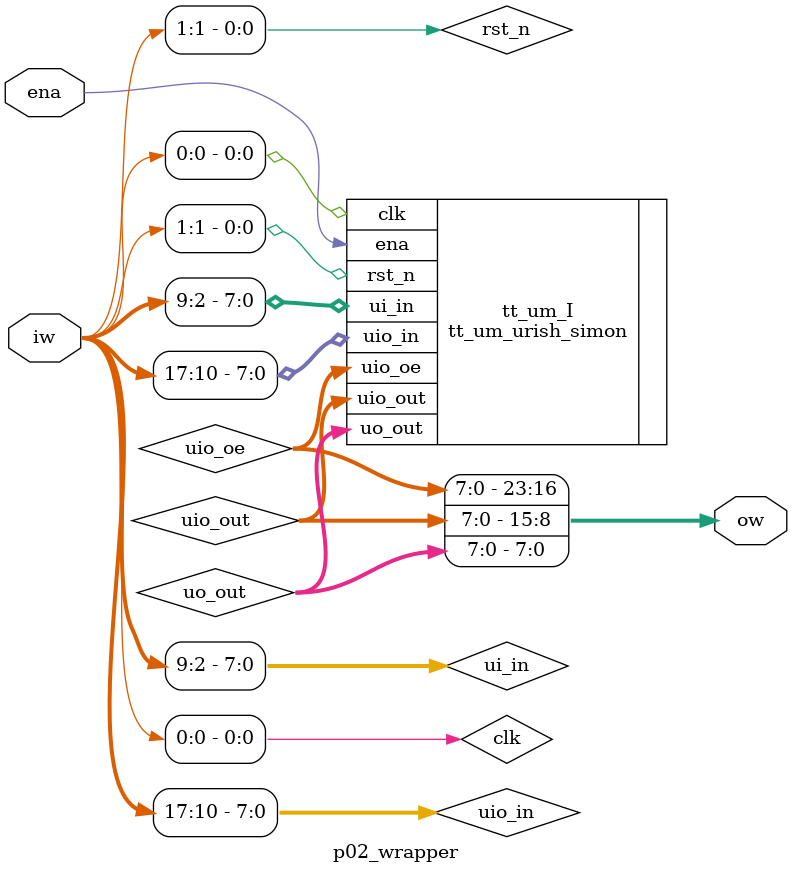
<source format=v>
`default_nettype none

module p02_wrapper (
  input wire ena,
  input wire [17:0] iw,
  output wire [23:0] ow
);

wire [7:0] uio_in;
wire [7:0] uio_out;
wire [7:0] uio_oe;
wire [7:0] uo_out;
wire [7:0] ui_in;
wire clk;
wire rst_n;

assign { uio_in, ui_in, rst_n, clk} = iw;
assign ow = { uio_oe, uio_out, uo_out };

tt_um_urish_simon tt_um_I (
  .uio_in  (uio_in),
  .uio_out (uio_out),
  .uio_oe  (uio_oe),
  .uo_out  (uo_out),
  .ui_in   (ui_in),
  .ena     (ena),
  .clk     (clk),
  .rst_n   (rst_n)
);

endmodule

</source>
